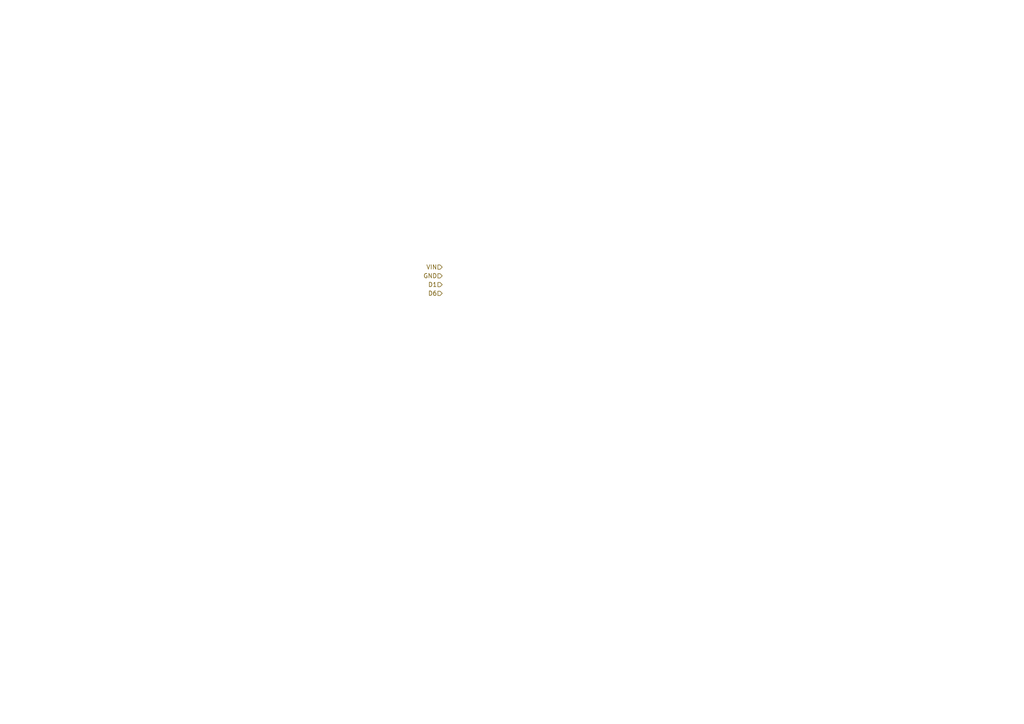
<source format=kicad_sch>
(kicad_sch
	(version 20250114)
	(generator "eeschema")
	(generator_version "9.0")
	(uuid "44835e36-eb4a-4a0b-b825-e03006f0d643")
	(paper "A4")
	(lib_symbols)
	(hierarchical_label "VIN"
		(shape input)
		(at 128.27 77.47 180)
		(effects
			(font
				(size 1.27 1.27)
			)
			(justify right)
		)
		(uuid "00d9e437-f457-410e-b710-6ccc9bee0c0c")
	)
	(hierarchical_label "GND"
		(shape input)
		(at 128.27 80.01 180)
		(effects
			(font
				(size 1.27 1.27)
			)
			(justify right)
		)
		(uuid "4710e296-5292-4fa2-9ad3-ada94412c508")
	)
	(hierarchical_label "D6"
		(shape input)
		(at 128.27 85.09 180)
		(effects
			(font
				(size 1.27 1.27)
			)
			(justify right)
		)
		(uuid "6bc919d0-540a-425a-8188-b681ed531548")
	)
	(hierarchical_label "D1"
		(shape input)
		(at 128.27 82.55 180)
		(effects
			(font
				(size 1.27 1.27)
			)
			(justify right)
		)
		(uuid "d4328d16-3ae6-48ef-9e24-d457d84411cd")
	)
)

</source>
